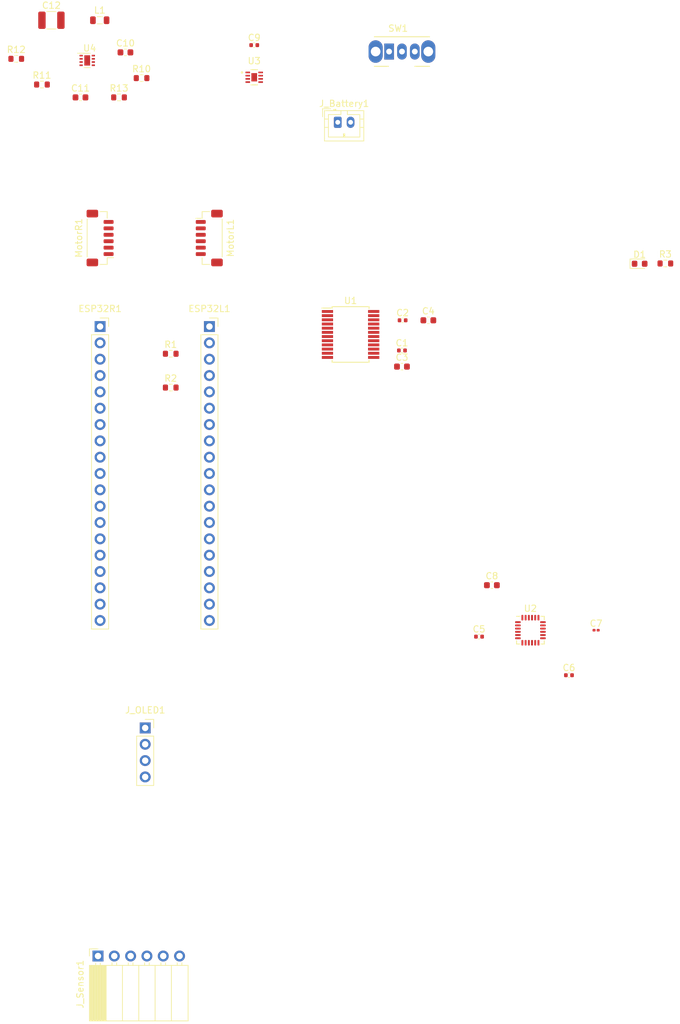
<source format=kicad_pcb>
(kicad_pcb (version 20211014) (generator pcbnew)
  (layers (0 "F.Cu" signal) (31 "B.Cu" signal) (34 "B.Paste" user) (35 "F.Paste" user) (36 "B.SilkS" user "B.Silkscreen") (37 "F.SilkS" user "F.Silkscreen") (38 "B.Mask" user) (39 "F.Mask" user) (44 "Edge.Cuts" user))
  (net 0 "")
  (net 1 "+6V")
  (net 2 "GND")
  (net 3 "+3.3V")
  (net 4 "Net-(C6-Pad2)")
  (net 5 "Net-(C8-Pad1)")
  (net 6 "+BATT")
  (net 7 "Net-(C11-Pad2)")
  (net 9 "GIOP36")
  (net 10 "GIOP32")
  (net 11 "GIOP34")
  (net 12 "GIOP35")
  (net 13 "GIOP33")
  (net 14 "GIOP25")
  (net 15 "GIOP26")
  (net 16 "GIOP27")
  (net 17 "GIOP14")
  (net 18 "GIOP12")
  (net 19 "GIOP13")
  (net 24 "I2C SCL")
  (net 27 "I2C SDA")
  (net 33 "GIOP4")
  (net 40 "Net-(J_Battery1-Pad2)")
  (net 42 "Net-(L1-Pad1)")
  (net 43 "MB02")
  (net 44 "GIOP39")
  (net 45 "MB01")
  (net 46 "MA02")
  (net 47 "MA01")
  (net 48 "Net-(R10-Pad1)")
  (net 49 "Net-(R13-Pad2)")
  (net 65 "Net-(D1-Pad2)")
  (footprint "Connector_PinSocket_2.54mm:PinSocket_1x19_P2.54mm_Vertical" (layer "F.Cu") (at 60.025 74.77)
    (fp_text reference "ESP32L1" (at 0 -2.77) (layer "F.SilkS"))
    (fp_text value "Conn_01x19")
    (fp_line (start -1.33 1.27) (end 1.33 1.27) (layer "F.SilkS") (width 0.12))
    (fp_line (start -1.33 1.27) (end -1.33 47.05) (layer "F.SilkS") (width 0.12))
    (fp_line (start 1.33 -1.33) (end 1.33 0) (layer "F.SilkS") (width 0.12))
    (fp_line (start 0 -1.33) (end 1.33 -1.33) (layer "F.SilkS") (width 0.12))
    (fp_line (start 1.33 1.27) (end 1.33 47.05) (layer "F.SilkS") (width 0.12))
    (fp_line (start -1.33 47.05) (end 1.33 47.05) (layer "F.SilkS") (width 0.12))
    (pad "1" thru_hole rect (at 0 0) (size 1.7 1.7) (drill 1) (layers *.Cu *.Mask) (net 3 "+3.3V"))
    (pad "2" thru_hole oval (at 0 2.54) (size 1.7 1.7) (drill 1) (layers *.Cu *.Mask))
    (pad "3" thru_hole oval (at 0 5.08) (size 1.7 1.7) (drill 1) (layers *.Cu *.Mask) (net 9 "GIOP36"))
    (pad "4" thru_hole oval (at 0 7.62) (size 1.7 1.7) (drill 1) (layers *.Cu *.Mask) (net 10 "GIOP32"))
    (pad "5" thru_hole oval (at 0 10.16) (size 1.7 1.7) (drill 1) (layers *.Cu *.Mask) (net 11 "GIOP34"))
    (pad "6" thru_hole oval (at 0 12.7) (size 1.7 1.7) (drill 1) (layers *.Cu *.Mask) (net 12 "GIOP35"))
    (pad "7" thru_hole oval (at 0 15.24) (size 1.7 1.7) (drill 1) (layers *.Cu *.Mask) (net 10 "GIOP32"))
    (pad "8" thru_hole oval (at 0 17.78) (size 1.7 1.7) (drill 1) (layers *.Cu *.Mask) (net 13 "GIOP33"))
    (pad "9" thru_hole oval (at 0 20.32) (size 1.7 1.7) (drill 1) (layers *.Cu *.Mask) (net 14 "GIOP25"))
    (pad "10" thru_hole oval (at 0 22.86) (size 1.7 1.7) (drill 1) (layers *.Cu *.Mask) (net 15 "GIOP26"))
    (pad "11" thru_hole oval (at 0 25.4) (size 1.7 1.7) (drill 1) (layers *.Cu *.Mask) (net 16 "GIOP27"))
    (pad "12" thru_hole oval (at 0 27.94) (size 1.7 1.7) (drill 1) (layers *.Cu *.Mask) (net 17 "GIOP14"))
    (pad "13" thru_hole oval (at 0 30.48) (size 1.7 1.7) (drill 1) (layers *.Cu *.Mask) (net 18 "GIOP12"))
    (pad "14" thru_hole oval (at 0 33.02) (size 1.7 1.7) (drill 1) (layers *.Cu *.Mask) (net 2 "GND"))
    (pad "15" thru_hole oval (at 0 35.56) (size 1.7 1.7) (drill 1) (layers *.Cu *.Mask) (net 19 "GIOP13"))
    (pad "16" thru_hole oval (at 0 38.1) (size 1.7 1.7) (drill 1) (layers *.Cu *.Mask))
    (pad "17" thru_hole oval (at 0 40.64) (size 1.7 1.7) (drill 1) (layers *.Cu *.Mask))
    (pad "18" thru_hole oval (at 0 43.18) (size 1.7 1.7) (drill 1) (layers *.Cu *.Mask))
    (pad "19" thru_hole oval (at 0 45.72) (size 1.7 1.7) (drill 1) (layers *.Cu *.Mask) (net 1 "+6V"))
  )
  (footprint "Connector_JST:JST_SH_BM06B-SRSS-TB_1x06-1MP_P1.00mm_Vertical" (layer "F.Cu") (at 60 61 -90)
    (fp_text reference "MotorL1" (at 0 -3.3 90) (layer "F.SilkS"))
    (fp_text value "Conn_01x06")
    (fp_line (start -2.94 -2.01) (end 2.94 -2.01) (layer "F.SilkS") (width 0.12))
    (fp_line (start -4.11 1.11) (end -3.06 1.11) (layer "F.SilkS") (width 0.12))
    (fp_line (start -4.11 -0.04) (end -4.11 1.11) (layer "F.SilkS") (width 0.12))
    (fp_line (start -3.06 1.11) (end -3.06 2.1) (layer "F.SilkS") (width 0.12))
    (fp_line (start 4.11 1.11) (end 3.06 1.11) (layer "F.SilkS") (width 0.12))
    (fp_line (start 4.11 -0.04) (end 4.11 1.11) (layer "F.SilkS") (width 0.12))
    (pad "1" smd roundrect (at -2.5 1.325 270) (size 0.6 1.55) (layers "F.Cu" "F.Paste" "F.Mask") (net 43 "MB02"))
    (pad "2" smd roundrect (at -1.5 1.325 270) (size 0.6 1.55) (layers "F.Cu" "F.Paste" "F.Mask") (net 2 "GND"))
    (pad "3" smd roundrect (at -0.5 1.325 270) (size 0.6 1.55) (layers "F.Cu" "F.Paste" "F.Mask") (net 44 "GIOP39"))
    (pad "4" smd roundrect (at 0.5 1.325 270) (size 0.6 1.55) (layers "F.Cu" "F.Paste" "F.Mask") (net 11 "GIOP34"))
    (pad "5" smd roundrect (at 1.5 1.325 270) (size 0.6 1.55) (layers "F.Cu" "F.Paste" "F.Mask") (net 3 "+3.3V"))
    (pad "6" smd roundrect (at 2.5 1.325 270) (size 0.6 1.55) (layers "F.Cu" "F.Paste" "F.Mask") (net 45 "MB01"))
    (pad "MP" smd roundrect (at 3.8 -1.2 270) (size 1.2 1.8) (layers "F.Cu" "F.Paste" "F.Mask") (roundrect_rratio 0.208333))
    (pad "MP" smd roundrect (at -3.8 -1.2 270) (size 1.2 1.8) (layers "F.Cu" "F.Paste" "F.Mask") (roundrect_rratio 0.208333))
  )
  (footprint "Resistor_SMD:R_0603_1608Metric" (layer "F.Cu") (at 49.46 36.13)
    (fp_text reference "R10" (at 0 -1.43) (layer "F.SilkS"))
    (fp_text value "6.65kΩ")
    (fp_line (start -0.237258 0.5225) (end 0.237258 0.5225) (layer "F.SilkS") (width 0.12))
    (fp_line (start -0.237258 -0.5225) (end 0.237258 -0.5225) (layer "F.SilkS") (width 0.12))
    (pad "1" smd roundrect (at -0.825 0) (size 0.8 0.95) (layers "F.Cu" "F.Paste" "F.Mask") (net 48 "Net-(R10-Pad1)"))
    (pad "2" smd roundrect (at 0.825 0) (size 0.8 0.95) (layers "F.Cu" "F.Paste" "F.Mask") (net 2 "GND"))
  )
  (footprint "Capacitor_SMD:C_0402_1005Metric" (layer "F.Cu") (at 102 123)
    (fp_text reference "C5" (at 0 -1.16) (layer "F.SilkS"))
    (fp_text value "0.1µF")
    (fp_line (start -0.107836 0.36) (end 0.107836 0.36) (layer "F.SilkS") (width 0.12))
    (fp_line (start -0.107836 -0.36) (end 0.107836 -0.36) (layer "F.SilkS") (width 0.12))
    (pad "1" smd roundrect (at -0.48 0) (size 0.56 0.62) (layers "F.Cu" "F.Paste" "F.Mask") (net 2 "GND"))
    (pad "2" smd roundrect (at 0.48 0) (size 0.56 0.62) (layers "F.Cu" "F.Paste" "F.Mask") (net 3 "+3.3V"))
  )
  (footprint "Capacitor_SMD:C_0603_1608Metric" (layer "F.Cu") (at 90 81)
    (fp_text reference "C3" (at 0 -1.43) (layer "F.SilkS"))
    (fp_text value "10µF")
    (fp_line (start -0.14058 -0.51) (end 0.14058 -0.51) (layer "F.SilkS") (width 0.12))
    (fp_line (start -0.14058 0.51) (end 0.14058 0.51) (layer "F.SilkS") (width 0.12))
    (pad "1" smd roundrect (at -0.775 0) (size 0.9 0.95) (layers "F.Cu" "F.Paste" "F.Mask") (net 2 "GND"))
    (pad "2" smd roundrect (at 0.775 0) (size 0.9 0.95) (layers "F.Cu" "F.Paste" "F.Mask") (net 1 "+6V"))
  )
  (footprint "Resistor_SMD:R_0603_1608Metric" (layer "F.Cu") (at 54 84.26)
    (fp_text reference "R2" (at 0 -1.43) (layer "F.SilkS"))
    (fp_text value "10kΩ")
    (fp_line (start -0.237258 0.5225) (end 0.237258 0.5225) (layer "F.SilkS") (width 0.12))
    (fp_line (start -0.237258 -0.5225) (end 0.237258 -0.5225) (layer "F.SilkS") (width 0.12))
    (pad "1" smd roundrect (at -0.825 0) (size 0.8 0.95) (layers "F.Cu" "F.Paste" "F.Mask") (net 27 "I2C SDA"))
    (pad "2" smd roundrect (at 0.825 0) (size 0.8 0.95) (layers "F.Cu" "F.Paste" "F.Mask") (net 3 "+3.3V"))
  )
  (footprint "Connector_PinSocket_2.54mm:PinSocket_1x04_P2.54mm_Vertical" (layer "F.Cu") (at 50.025 137.2)
    (fp_text reference "J_OLED1" (at 0 -2.77) (layer "F.SilkS"))
    (fp_text value "Conn_01x04")
    (fp_line (start -1.33 1.27) (end -1.33 8.95) (layer "F.SilkS") (width 0.12))
    (fp_line (start 0 -1.33) (end 1.33 -1.33) (layer "F.SilkS") (width 0.12))
    (fp_line (start 1.33 1.27) (end 1.33 8.95) (layer "F.SilkS") (width 0.12))
    (fp_line (start -1.33 1.27) (end 1.33 1.27) (layer "F.SilkS") (width 0.12))
    (fp_line (start -1.33 8.95) (end 1.33 8.95) (layer "F.SilkS") (width 0.12))
    (fp_line (start 1.33 -1.33) (end 1.33 0) (layer "F.SilkS") (width 0.12))
    (pad "1" thru_hole rect (at 0 0) (size 1.7 1.7) (drill 1) (layers *.Cu *.Mask) (net 2 "GND"))
    (pad "2" thru_hole oval (at 0 2.54) (size 1.7 1.7) (drill 1) (layers *.Cu *.Mask) (net 3 "+3.3V"))
    (pad "3" thru_hole oval (at 0 5.08) (size 1.7 1.7) (drill 1) (layers *.Cu *.Mask) (net 24 "I2C SCL"))
    (pad "4" thru_hole oval (at 0 7.62) (size 1.7 1.7) (drill 1) (layers *.Cu *.Mask) (net 27 "I2C SDA"))
  )
  (footprint "Resistor_SMD:R_0603_1608Metric" (layer "F.Cu") (at 45.95 39.13)
    (fp_text reference "R13" (at 0 -1.43) (layer "F.SilkS"))
    (fp_text value "866kΩ")
    (fp_line (start -0.237258 -0.5225) (end 0.237258 -0.5225) (layer "F.SilkS") (width 0.12))
    (fp_line (start -0.237258 0.5225) (end 0.237258 0.5225) (layer "F.SilkS") (width 0.12))
    (pad "1" smd roundrect (at -0.825 0) (size 0.8 0.95) (layers "F.Cu" "F.Paste" "F.Mask") (net 1 "+6V"))
    (pad "2" smd roundrect (at 0.825 0) (size 0.8 0.95) (layers "F.Cu" "F.Paste" "F.Mask") (net 49 "Net-(R13-Pad2)"))
  )
  (footprint "Connector_PinSocket_2.54mm:PinSocket_1x06_P2.54mm_Horizontal" (layer "F.Cu") (at 42.675 172.675 90)
    (fp_text reference "J_Sensor1" (at -4.38 -2.77 90) (layer "F.SilkS"))
    (fp_text value "Conn_01x06")
    (fp_line (start -10.09 14.03) (end -1.46 14.03) (layer "F.SilkS") (width 0.12))
    (fp_line (start -10.09 -0.26524) (end -1.46 -0.26524) (layer "F.SilkS") (width 0.12))
    (fp_line (start -1.46 -0.36) (end -1.11 -0.36) (layer "F.SilkS") (width 0.12))
    (fp_line (start -10.09 -1.33) (end -1.46 -1.33) (layer "F.SilkS") (width 0.12))
    (fp_line (start -10.09 0.561425) (end -1.46 0.561425) (layer "F.SilkS") (width 0.12))
    (fp_line (start -10.09 8.89) (end -1.46 8.89) (layer "F.SilkS") (width 0.12))
    (fp_line (start -10.09 0.91571) (end -1.46 0.91571) (layer "F.SilkS") (width 0.12))
    (fp_line (start -10.09 -1.33) (end -10.09 14.03) (layer "F.SilkS") (width 0.12))
    (fp_line (start -10.09 3.81) (end -1.46 3.81) (layer "F.SilkS") (width 0.12))
    (fp_line (start 0 -1.33) (end 1.11 -1.33) (layer "F.SilkS") (width 0.12))
    (fp_line (start -1.46 9.8) (end -1.05 9.8) (layer "F.SilkS") (width 0.12))
    (fp_line (start -1.46 13.06) (end -1.05 13.06) (layer "F.SilkS") (width 0.12))
    (fp_line (start -1.46 5.44) (end -1.05 5.44) (layer "F.SilkS") (width 0.12))
    (fp_line (start -10.09 0.797615) (end -1.46 0.797615) (layer "F.SilkS") (width 0.12))
    (fp_line (start -10.09 -0.50143) (end -1.46 -0.50143) (layer "F.SilkS") (width 0.12))
    (fp_line (start -1.46 2.9) (end -1.05 2.9) (layer "F.SilkS") (width 0.12))
    (fp_line (start -1.46 12.34) (end -1.05 12.34) (layer "F.SilkS") (width 0.12))
    (fp_line (start -1.46 4.72) (end -1.05 4.72) (layer "F.SilkS") (width 0.12))
    (fp_line (start -10.09 1.1519) (end -1.46 1.1519) (layer "F.SilkS") (width 0.12))
    (fp_line (start -1.46 0.36) (end -1.11 0.36) (layer "F.SilkS") (width 0.12))
    (fp_line (start 1.11 -1.33) (end 1.11 0) (layer "F.SilkS") (width 0.12))
    (fp_line (start -10.09 -1.21) (end -1.46 -1.21) (layer "F.SilkS") (width 0.12))
    (fp_line (start -10.09 0.325235) (end -1.46 0.325235) (layer "F.SilkS") (width 0.12))
    (fp_line (start -1.46 10.52) (end -1.05 10.52) (layer "F.SilkS") (width 0.12))
    (fp_line (start -1.46 7.26) (end -1.05 7.26) (layer "F.SilkS") (width 0.12))
    (fp_line (start -1.46 -1.33) (end -1.46 14.03) (layer "F.SilkS") (width 0.12))
    (fp_line (start -1.46 7.98) (end -1.05 7.98) (layer "F.SilkS") (width 0.12))
    (fp_line (start -10.09 -0.855715) (end -1.46 -0.855715) (layer "F.SilkS") (width 0.12))
    (fp_line (start -10.09 11.43) (end -1.46 11.43) (layer "F.SilkS") (width 0.12))
    (fp_line (start -10.09 0.20714) (end -1.46 0.20714) (layer "F.SilkS") (width 0.12))
    (fp_line (start -10.09 1.27) (end -1.46 1.27) (layer "F.SilkS") (width 0.12))
    (fp_line (start -10.09 -0.02905) (end -1.46 -0.02905) (layer "F.SilkS") (width 0.12))
    (fp_line (start -10.09 -0.619525) (end -1.46 -0.619525) (layer "F.SilkS") (width 0.12))
    (fp_line (start -10.09 -1.091905) (end -1.46 -1.091905) (layer "F.SilkS") (width 0.12))
    (fp_line (start -10.09 0.67952) (end -1.46 0.67952) (layer "F.SilkS") (width 0.12))
    (fp_line (start -10.09 1.033805) (end -1.46 1.033805) (layer "F.SilkS") (width 0.12))
    (fp_line (start -10.09 -0.97381) (end -1.46 -0.97381) (layer "F.SilkS") (width 0.12))
    (fp_line (start -10.09 0.089045) (end -1.46 0.089045) (layer "F.SilkS") (width 0.12))
    (fp_line (start -10.09 -0.147145) (end -1.46 -0.147145) (layer "F.SilkS") (width 0.12))
    (fp_line (start -10.09 0.44333) (end -1.46 0.44333) (layer "F.SilkS") (width 0.12))
    (fp_line (start -10.09 -0.73762) (end -1.46 -0.73762) (layer "F.SilkS") (width 0.12))
    (fp_line (start -10.09 6.35) (end -1.46 6.35) (layer "F.SilkS") (width 0.12))
    (fp_line (start -10.09 -0.383335) (end -1.46 -0.383335) (layer "F.SilkS") (width 0.12))
    (fp_line (start -1.46 2.18) (end -1.05 2.18) (layer "F.SilkS") (width 0.12))
    (pad "1" thru_hole rect (at 0 0 90) (size 1.7 1.7) (drill 1) (layers *.Cu *.Mask) (net 2 "GND"))
    (pad "2" thru_hole oval (at 0 2.54 90) (size 1.7 1.7) (drill 1) (layers *.Cu *.Mask) (net 3 "+3.3V"))
    (pad "3" thru_hole oval (at 0 5.08 90) (size 1.7 1.7) (drill 1) (layers *.Cu *.Mask) (net 24 "I2C SCL"))
    (pad "4" thru_hole oval (at 0 7.62 90) (size 1.7 1.7) (drill 1) (layers *.Cu *.Mask) (net 27 "I2C SDA"))
    (pad "5" thru_hole oval (at 0 10.16 90) (size 1.7 1.7) (drill 1) (layers *.Cu *.Mask) (net 9 "GIOP36"))
    (pad "6" thru_hole oval (at 0 12.7 90) (size 1.7 1.7) (drill 1) (layers *.Cu *.Mask))
  )
  (footprint "Capacitor_SMD:C_0201_0603Metric" (layer "F.Cu") (at 120.225 122)
    (fp_text reference "C7" (at 0 -1.05) (layer "F.SilkS"))
    (fp_text value "10nF")
    (pad "1" smd roundrect (at -0.32 0) (size 0.46 0.4) (layers "F.Cu" "F.Mask") (net 3 "+3.3V"))
    (pad "2" smd roundrect (at 0.32 0) (size 0.46 0.4) (layers "F.Cu" "F.Mask") (net 2 "GND"))
  )
  (footprint "Button_Switch_THT:SW_CuK_OS102011MA1QN1_SPDT_Angled" (layer "F.Cu") (at 88 32)
    (fp_text reference "SW1" (at 1.4 -3.6) (layer "F.SilkS"))
    (fp_text value "SW_DIP_x01")
    (fp_line (start -2.3 2.3) (end -0.1 2.3) (layer "F.SilkS") (width 0.15))
    (fp_line (start -2.3 -2.3) (end 6.3 -2.3) (layer "F.SilkS") (width 0.15))
    (fp_line (start 4 2.3) (end 6.3 2.3) (layer "F.SilkS") (width 0.15))
    (pad "" thru_hole oval (at -2.1 0) (size 2.2 3.5) (drill 1.5) (layers *.Cu *.Mask))
    (pad "" thru_hole oval (at 6.1 0) (size 2.2 3.5) (drill 1.5) (layers *.Cu *.Mask))
    (pad "1" thru_hole rect (at 0 0) (size 1.5 2.5) (drill 0.9) (layers *.Cu *.Mask) (net 40 "Net-(J_Battery1-Pad2)"))
    (pad "2" thru_hole oval (at 2 0) (size 1.5 2.5) (drill 0.9) (layers *.Cu *.Mask) (net 6 "+BATT"))
    (pad "3" thru_hole oval (at 4 0) (size 1.5 2.5) (drill 0.9) (layers *.Cu *.Mask))
  )
  (footprint "Sensor_Motion:InvenSense_QFN-24_4x4mm_P0.5mm" (layer "F.Cu") (at 110 122)
    (fp_text reference "U2" (at 0 -3.375) (layer "F.SilkS"))
    (fp_text value "MPU-6050")
    (fp_line (start 2.15 2.15) (end 1.625 2.15) (layer "F.SilkS") (width 0.15))
    (fp_line (start 2.15 -2.15) (end 1.625 -2.15) (layer "F.SilkS") (width 0.15))
    (fp_line (start 2.15 -2.15) (end 2.15 -1.625) (layer "F.SilkS") (width 0.15))
    (fp_line (start -2.15 2.15) (end -1.625 2.15) (layer "F.SilkS") (width 0.15))
    (fp_line (start -2.15 2.15) (end -2.15 1.625) (layer "F.SilkS") (width 0.15))
    (fp_line (start 2.15 2.15) (end 2.15 1.625) (layer "F.SilkS") (width 0.15))
    (fp_line (start -2.15 -2.15) (end -1.625 -2.15) (layer "F.SilkS") (width 0.15))
    (pad "1" smd roundrect (at -1.95 -1.25) (size 0.85 0.3) (layers "F.Cu" "F.Paste" "F.Mask") (net 2 "GND"))
    (pad "2" smd roundrect (at -1.95 -0.75) (size 0.85 0.3) (layers "F.Cu" "F.Paste" "F.Mask"))
    (pad "3" smd roundrect (at -1.95 -0.25) (size 0.85 0.3) (layers "F.Cu" "F.Paste" "F.Mask"))
    (pad "4" smd roundrect (at -1.95 0.25) (size 0.85 0.3) (layers "F.Cu" "F.Paste" "F.Mask"))
    (pad "5" smd roundrect (at -1.95 0.75) (size 0.85 0.3) (layers "F.Cu" "F.Paste" "F.Mask"))
    (pad "6" smd roundrect (at -1.95 1.25) (size 0.85 0.3) (layers "F.Cu" "F.Paste" "F.Mask"))
    (pad "7" smd roundrect (at -1.25 1.95 90) (size 0.85 0.3) (layers "F.Cu" "F.Paste" "F.Mask"))
    (pad "8" smd roundrect (at -0.75 1.95 90) (size 0.85 0.3) (layers "F.Cu" "F.Paste" "F.Mask") (net 3 "+3.3V"))
    (pad "9" smd roundrect (at -0.25 1.95 90) (size 0.85 0.3) (layers "F.Cu" "F.Paste" "F.Mask"))
    (pad "10" smd roundrect (at 0.25 1.95 90) (size 0.85 0.3) (layers "F.Cu" "F.Paste" "F.Mask") (net 4 "Net-(C6-Pad2)"))
    (pad "11" smd roundrect (at 0.75 1.95 90) (size 0.85 0.3) (layers "F.Cu" "F.Paste" "F.Mask") (net 2 "GND"))
    (pad "12" smd roundrect (at 1.25 1.95 90) (size 0.85 0.3) (layers "F.Cu" "F.Paste" "F.Mask"))
    (pad "13" smd roundrect (at 1.95 1.25) (size 0.85 0.3) (layers "F.Cu" "F.Paste" "F.Mask") (net 3 "+3.3V"))
    (pad "14" smd roundrect (at 1.95 0.75) (size 0.85 0.3) (layers "F.Cu" "F.Paste" "F.Mask"))
    (pad "15" smd roundrect (at 1.95 0.25) (size 0.85 0.3) (layers "F.Cu" "F.Paste" "F.Mask"))
    (pad "16" smd roundrect (at 1.95 -0.25) (size 0.85 0.3) (layers "F.Cu" "F.Paste" "F.Mask"))
    (pad "17" smd roundrect (at 1.95 -0.75) (size 0.85 0.3) (layers "F.Cu" "F.Paste" "F.Mask"))
    (pad "18" smd roundrect (at 1.95 -1.25) (size 0.85 0.3) (layers "F.Cu" "F.Paste" "F.Mask") (net 2 "GND"))
    (pad "19" smd roundrect (at 1.25 -1.95 90) (size 0.85 0.3) (layers "F.Cu" "F.Paste" "F.Mask"))
    (pad "20" smd roundrect (at 0.75 -1.95 90) (size 0.85 0.3) (layers "F.Cu" "F.Paste" "F.Mask") (net 5 "Net-(C8-Pad1)"))
    (pad "21" smd roundrect (at 0.25 -1.95 90) (size 0.85 0.3) (layers "F.Cu" "F.Paste" "F.Mask"))
    (pad "22" smd roundrect (at -0.25 -1.95 90) (size 0.85 0.3) (layers "F.Cu" "F.Paste" "F.Mask"))
    (pad "23" smd roundrect (at -0.75 -1.95 90) (size 0.85 0.3) (layers "F.Cu" "F.Paste" "F.Mask") (net 24 "I2C SCL"))
    (pad "24" smd roundrect (at -1.25 -1.95 90) (size 0.85 0.3) (layers "F.Cu" "F.Paste" "F.Mask") (net 27 "I2C SDA"))
  )
  (footprint "Connector_PinSocket_2.54mm:PinSocket_1x19_P2.54mm_Vertical" (layer "F.Cu") (at 43 74.77)
    (fp_text reference "ESP32R1" (at 0 -2.77) (layer "F.SilkS"))
    (fp_text value "Conn_01x19")
    (fp_line (start 0 -1.33) (end 1.33 -1.33) (layer "F.SilkS") (width 0.12))
    (fp_line (start -1.33 1.27) (end 1.33 1.27) (layer "F.SilkS") (width 0.12))
    (fp_line (start -1.33 1.27) (end -1.33 47.05) (layer "F.SilkS") (width 0.12))
    (fp_line (start 1.33 -1.33) (end 1.33 0) (layer "F.SilkS") (width 0.12))
    (fp_line (start -1.33 47.05) (end 1.33 47.05) (layer "F.SilkS") (width 0.12))
    (fp_line (start 1.33 1.27) (end 1.33 47.05) (layer "F.SilkS") (width 0.12))
    (pad "1" thru_hole rect (at 0 0) (size 1.7 1.7) (drill 1) (layers *.Cu *.Mask) (net 2 "GND"))
    (pad "2" thru_hole oval (at 0 2.54) (size 1.7 1.7) (drill 1) (layers *.Cu *.Mask))
    (pad "3" thru_hole oval (at 0 5.08) (size 1.7 1.7) (drill 1) (layers *.Cu *.Mask) (net 24 "I2C SCL"))
    (pad "4" thru_hole oval (at 0 7.62) (size 1.7 1.7) (drill 1) (layers *.Cu *.Mask))
    (pad "5" thru_hole oval (at 0 10.16) (size 1.7 1.7) (drill 1) (layers *.Cu *.Mask))
    (pad "6" thru_hole oval (at 0 12.7) (size 1.7 1.7) (drill 1) (layers *.Cu *.Mask) (net 27 "I2C SDA"))
    (pad "7" thru_hole oval (at 0 15.24) (size 1.7 1.7) (drill 1) (layers *.Cu *.Mask) (net 2 "GND"))
    (pad "8" thru_hole oval (at 0 17.78) (size 1.7 1.7) (drill 1) (layers *.Cu *.Mask))
    (pad "9" thru_hole oval (at 0 20.32) (size 1.7 1.7) (drill 1) (layers *.Cu *.Mask))
    (pad "10" thru_hole oval (at 0 22.86) (size 1.7 1.7) (drill 1) (layers *.Cu *.Mask))
    (pad "11" thru_hole oval (at 0 25.4) (size 1.7 1.7) (drill 1) (layers *.Cu *.Mask))
    (pad "12" thru_hole oval (at 0 27.94) (size 1.7 1.7) (drill 1) (layers *.Cu *.Mask))
    (pad "13" thru_hole oval (at 0 30.48) (size 1.7 1.7) (drill 1) (layers *.Cu *.Mask) (net 33 "GIOP4"))
    (pad "14" thru_hole oval (at 0 33.02) (size 1.7 1.7) (drill 1) (layers *.Cu *.Mask))
    (pad "15" thru_hole oval (at 0 35.56) (size 1.7 1.7) (drill 1) (layers *.Cu *.Mask))
    (pad "16" thru_hole oval (at 0 38.1) (size 1.7 1.7) (drill 1) (layers *.Cu *.Mask))
    (pad "17" thru_hole oval (at 0 40.64) (size 1.7 1.7) (drill 1) (layers *.Cu *.Mask))
    (pad "18" thru_hole oval (at 0 43.18) (size 1.7 1.7) (drill 1) (layers *.Cu *.Mask))
    (pad "19" thru_hole oval (at 0 45.72) (size 1.7 1.7) (drill 1) (layers *.Cu *.Mask))
  )
  (footprint "Package_SO:SSOP-24_5.3x8.2mm_P0.65mm" (layer "F.Cu") (at 82 76)
    (fp_text reference "U1" (at 0 -5.25) (layer "F.SilkS"))
    (fp_text value "TB6612FNG")
    (fp_line (start -2.875 -4.325) (end 2.875 -4.325) (layer "F.SilkS") (width 0.15))
    (fp_line (start 2.875 -4.325) (end 2.875 -4.025) (layer "F.SilkS") (width 0.15))
    (fp_line (start -2.875 4.325) (end -2.875 4.025) (layer "F.SilkS") (width 0.15))
    (fp_line (start -2.875 -4.325) (end -2.875 -4.1) (layer "F.SilkS") (width 0.15))
    (fp_line (start -2.875 4.325) (end 2.875 4.325) (layer "F.SilkS") (width 0.15))
    (fp_line (start 2.875 4.325) (end 2.875 4.025) (layer "F.SilkS") (width 0.15))
    (fp_line (start -2.875 -4.1) (end -4.475 -4.1) (layer "F.SilkS") (width 0.15))
    (pad "1" smd rect (at -3.6 -3.575) (size 1.75 0.45) (layers "F.Cu" "F.Paste" "F.Mask") (net 47 "MA01"))
    (pad "2" smd rect (at -3.6 -2.925) (size 1.75 0.45) (layers "F.Cu" "F.Paste" "F.Mask") (net 47 "MA01"))
    (pad "3" smd rect (at -3.6 -2.275) (size 1.75 0.45) (layers "F.Cu" "F.Paste" "F.Mask") (net 2 "GND"))
    (pad "4" smd rect (at -3.6 -1.625) (size 1.75 0.45) (layers "F.Cu" "F.Paste" "F.Mask") (net 2 "GND"))
    (pad "5" smd rect (at -3.6 -0.975) (size 1.75 0.45) (layers "F.Cu" "F.Paste" "F.Mask") (net 46 "MA02"))
    (pad "6" smd rect (at -3.6 -0.325) (size 1.75 0.45) (layers "F.Cu" "F.Paste" "F.Mask") (net 46 "MA02"))
    (pad "7" smd rect (at -3.6 0.325) (size 1.75 0.45) (layers "F.Cu" "F.Paste" "F.Mask") (net 43 "MB02"))
    (pad "8" smd rect (at -3.6 0.975) (size 1.75 0.45) (layers "F.Cu" "F.Paste" "F.Mask") (net 43 "MB02"))
    (pad "9" smd rect (at -3.6 1.625) (size 1.75 0.45) (layers "F.Cu" "F.Paste" "F.Mask") (net 2 "GND"))
    (pad "10" smd rect (at -3.6 2.275) (size 1.75 0.45) (layers "F.Cu" "F.Paste" "F.Mask") (net 2 "GND"))
    (pad "11" smd rect (at -3.6 2.925) (size 1.75 0.45) (layers "F.Cu" "F.Paste" "F.Mask") (net 45 "MB01"))
    (pad "12" smd rect (at -3.6 3.575) (size 1.75 0.45) (layers "F.Cu" "F.Paste" "F.Mask") (net 45 "MB01"))
    (pad "13" smd rect (at 3.6 3.575) (size 1.75 0.45) (layers "F.Cu" "F.Paste" "F.Mask") (net 1 "+6V"))
    (pad "14" smd rect (at 3.6 2.925) (size 1.75 0.45) (layers "F.Cu" "F.Paste" "F.Mask") (net 1 "+6V"))
    (pad "15" smd rect (at 3.6 2.275) (size 1.75 0.45) (layers "F.Cu" "F.Paste" "F.Mask") (net 13 "GIOP33"))
    (pad "16" smd rect (at 3.6 1.625) (size 1.75 0.45) (layers "F.Cu" "F.Paste" "F.Mask") (net 14 "GIOP25"))
    (pad "17" smd rect (at 3.6 0.975) (size 1.75 0.45) (layers "F.Cu" "F.Paste" "F.Mask") (net 15 "GIOP26"))
    (pad "18" smd rect (at 3.6 0.325) (size 1.75 0.45) (layers "F.Cu" "F.Paste" "F.Mask") (net 2 "GND"))
    (pad "19" smd rect (at 3.6 -0.325) (size 1.75 0.45) (layers "F.Cu" "F.Paste" "F.Mask") (net 19 "GIOP13"))
    (pad "20" smd rect (at 3.6 -0.975) (size 1.75 0.45) (layers "F.Cu" "F.Paste" "F.Mask") (net 3 "+3.3V"))
    (pad "21" smd rect (at 3.6 -1.625) (size 1.75 0.45) (layers "F.Cu" "F.Paste" "F.Mask") (net 16 "GIOP27"))
    (pad "22" smd rect (at 3.6 -2.275) (size 1.75 0.45) (layers "F.Cu" "F.Paste" "F.Mask") (net 17 "GIOP14"))
    (pad "23" smd rect (at 3.6 -2.925) (size 1.75 0.45) (layers "F.Cu" "F.Paste" "F.Mask") (net 18 "GIOP12"))
    (pad "24" smd rect (at 3.6 -3.575) (size 1.75 0.45) (layers "F.Cu" "F.Paste" "F.Mask") (net 1 "+6V"))
  )
  (footprint "Resistor_SMD:R_0603_1608Metric" (layer "F.Cu") (at 54 79)
    (fp_text reference "R1" (at 0 -1.43) (layer "F.SilkS"))
    (fp_text value "10kΩ")
    (fp_line (start -0.237258 0.5225) (end 0.237258 0.5225) (layer "F.SilkS") (width 0.12))
    (fp_line (start -0.237258 -0.5225) (end 0.237258 -0.5225) (layer "F.SilkS") (width 0.12))
    (pad "1" smd roundrect (at -0.825 0) (size 0.8 0.95) (layers "F.Cu" "F.Paste" "F.Mask") (net 3 "+3.3V"))
    (pad "2" smd roundrect (at 0.825 0) (size 0.8 0.95) (layers "F.Cu" "F.Paste" "F.Mask") (net 24 "I2C SCL"))
  )
  (footprint "Capacitor_SMD:C_0603_1608Metric" (layer "F.Cu") (at 104 115)
    (fp_text reference "C8" (at 0 -1.43) (layer "F.SilkS"))
    (fp_text value "2.2nF")
    (fp_line (start -0.14058 -0.51) (end 0.14058 -0.51) (layer "F.SilkS") (width 0.12))
    (fp_line (start -0.14058 0.51) (end 0.14058 0.51) (layer "F.SilkS") (width 0.12))
    (pad "1" smd roundrect (at -0.775 0) (size 0.9 0.95) (layers "F.Cu" "F.Paste" "F.Mask") (net 5 "Net-(C8-Pad1)"))
    (pad "2" smd roundrect (at 0.775 0) (size 0.9 0.95) (layers "F.Cu" "F.Paste" "F.Mask") (net 2 "GND"))
  )
  (footprint "Capacitor_SMD:C_0603_1608Metric" (layer "F.Cu") (at 46.95 32.13)
    (fp_text reference "C10" (at 0 -1.43) (layer "F.SilkS"))
    (fp_text value "10µF")
    (fp_line (start -0.14058 -0.51) (end 0.14058 -0.51) (layer "F.SilkS") (width 0.12))
    (fp_line (start -0.14058 0.51) (end 0.14058 0.51) (layer "F.SilkS") (width 0.12))
    (pad "1" smd roundrect (at -0.775 0) (size 0.9 0.95) (layers "F.Cu" "F.Paste" "F.Mask") (net 2 "GND"))
    (pad "2" smd roundrect (at 0.775 0) (size 0.9 0.95) (layers "F.Cu" "F.Paste" "F.Mask") (net 6 "+BATT"))
  )
  (footprint "Connector_JST:JST_SH_BM06B-SRSS-TB_1x06-1MP_P1.00mm_Vertical" (layer "F.Cu") (at 43 61 90)
    (fp_text reference "MotorR1" (at 0 -3.3 90) (layer "F.SilkS"))
    (fp_text value "Conn_01x06")
    (fp_line (start -4.11 -0.04) (end -4.11 1.11) (layer "F.SilkS") (width 0.12))
    (fp_line (start 4.11 1.11) (end 3.06 1.11) (layer "F.SilkS") (width 0.12))
    (fp_line (start 4.11 -0.04) (end 4.11 1.11) (layer "F.SilkS") (width 0.12))
    (fp_line (start -4.11 1.11) (end -3.06 1.11) (layer "F.SilkS") (width 0.12))
    (fp_line (start -2.94 -2.01) (end 2.94 -2.01) (layer "F.SilkS") (width 0.12))
    (fp_line (start -3.06 1.11) (end -3.06 2.1) (layer "F.SilkS") (width 0.12))
    (pad "1" smd roundrect (at -2.5 1.325 90) (size 0.6 1.55) (layers "F.Cu" "F.Paste" "F.Mask") (net 46 "MA02"))
    (pad "2" smd roundrect (at -1.5 1.325 90) (size 0.6 1.55) (layers "F.Cu" "F.Paste" "F.Mask") (net 2 "GND"))
    (pad "3" smd roundrect (at -0.5 1.325 90) (size 0.6 1.55) (layers "F.Cu" "F.Paste" "F.Mask") (net 10 "GIOP32"))
    (pad "4" smd roundrect (at 0.5 1.325 90) (size 0.6 1.55) (layers "F.Cu" "F.Paste" "F.Mask") (net 12 "GIOP35"))
    (pad "5" smd roundrect (at 1.5 1.325 90) (size 0.6 1.55) (layers "F.Cu" "F.Paste" "F.Mask") (net 3 "+3.3V"))
    (pad "6" smd roundrect (at 2.5 1.325 90) (size 0.6 1.55) (layers "F.Cu" "F.Paste" "F.Mask") (net 47 "MA01"))
    (pad "MP" smd roundrect (at 3.8 -1.2 90) (size 1.2 1.8) (layers "F.Cu" "F.Paste" "F.Mask") (roundrect_rratio 0.208333))
    (pad "MP" smd roundrect (at -3.8 -1.2 90) (size 1.2 1.8) (layers "F.Cu" "F.Paste" "F.Mask") (roundrect_rratio 0.208333))
  )
  (footprint "LED_SMD:LED_0603_1608Metric" (layer "F.Cu") (at 127 65)
    (fp_text reference "D1" (at 0 -1.43) (layer "F.SilkS"))
    (fp_text value "LED")
    (fp_line (start -1.485 0.735) (end 0.8 0.735) (layer "F.SilkS") (width 0.12))
    (fp_line (start -1.485 -0.735) (end -1.485 0.735) (layer "F.SilkS") (width 0.12))
    (fp_line (start 0.8 -0.735) (end -1.485 -0.735) (layer "F.SilkS") (width 0.12))
    (pad "1" smd roundrect (at -0.7875 0) (size 0.875 0.95) (layers "F.Cu" "F.Paste" "F.Mask") (net 2 "GND"))
    (pad "2" smd roundrect (at 0.7875 0) (size 0.875 0.95) (layers "F.Cu" "F.Paste" "F.Mask") (net 65 "Net-(D1-Pad2)"))
  )
  (footprint "Connector_JST:JST_PH_B2B-PH-K_1x02_P2.00mm_Vertical" (layer "F.Cu") (at 80 43)
    (fp_text reference "J_Battery1" (at 1 -2.9) (layer "F.SilkS"))
    (fp_text value "Conn_01x02")
    (fp_line (start -2.06 0.8) (end -1.45 0.8) (layer "F.SilkS") (width 0.12))
    (fp_line (start -2.06 2.91) (end 4.06 2.91) (layer "F.SilkS") (width 0.12))
    (fp_line (start 0.5 -1.81) (end 0.5 -1.2) (layer "F.SilkS") (width 0.12))
    (fp_line (start -2.06 -0.5) (end -1.45 -0.5) (layer "F.SilkS") (width 0.12))
    (fp_line (start -2.36 -2.11) (end -2.36 -0.86) (layer "F.SilkS") (width 0.12))
    (fp_line (start 4.06 0.8) (end 3.45 0.8) (layer "F.SilkS") (width 0.12))
    (fp_line (start 3.45 -1.2) (end 1.5 -1.2) (layer "F.SilkS") (width 0.12))
    (fp_line (start -1.45 -1.2) (end -1.45 2.3) (layer "F.SilkS") (width 0.12))
    (fp_line (start 3.45 2.3) (end 3.45 -1.2) (layer "F.SilkS") (width 0.12))
    (fp_line (start 1.1 1.8) (end 1.1 2.3) (layer "F.SilkS") (width 0.12))
    (fp_line (start 4.06 -0.5) (end 3.45 -0.5) (layer "F.SilkS") (width 0.12))
    (fp_line (start 0.9 1.8) (end 1.1 1.8) (layer "F.SilkS") (width 0.12))
    (fp_line (start 0.5 -1.2) (end -1.45 -1.2) (layer "F.SilkS") (width 0.12))
    (fp_line (start 1.5 -1.2) (end 1.5 -1.81) (layer "F.SilkS") (width 0.12))
    (fp_line (start -0.3 -1.91) (end -0.6 -1.91) (layer "F.SilkS") (width 0.12))
    (fp_line (start -1.45 2.3) (end 3.45 2.3) (layer "F.SilkS") (width 0.12))
    (fp_line (start -0.6 -2.01) (end -0.6 -1.81) (layer "F.SilkS") (width 0.12))
    (fp_line (start -0.3 -2.01) (end -0.6 -2.01) (layer "F.SilkS") (width 0.12))
    (fp_line (start -1.11 -2.11) (end -2.36 -2.11) (layer "F.SilkS") (width 0.12))
    (fp_line (start 1 2.3) (end 1 1.8) (layer "F.SilkS") (width 0.12))
    (fp_line (start 4.06 2.91) (end 4.06 -1.81) (layer "F.SilkS") (width 0.12))
    (fp_line (start -0.3 -1.81) (end -0.3 -2.01) (layer "F.SilkS") (width 0.12))
    (fp_line (start -2.06 -1.81) (end -2.06 2.91) (layer "F.SilkS") (width 0.12))
    (fp_line (start 4.06 -1.81) (end -2.06 -1.81) (layer "F.SilkS") (width 0.12))
    (fp_line (start 0.9 2.3) (end 0.9 1.8) (layer "F.SilkS") (width 0.12))
    (pad "1" thru_hole roundrect (at 0 0) (size 1.2 1.75) (drill 0.75) (layers *.Cu *.Mask) (roundrect_rratio 0.208333) (net 2 "GND"))
    (pad "2" thru_hole oval (at 2 0) (size 1.2 1.75) (drill 0.75) (layers *.Cu *.Mask) (net 40 "Net-(J_Battery1-Pad2)"))
  )
  (footprint "Capacitor_SMD:C_0603_1608Metric" (layer "F.Cu") (at 94.11 73.8)
    (fp_text reference "C4" (at 0 -1.43) (layer "F.SilkS"))
    (fp_text value "10µF")
    (fp_line (start -0.14058 -0.51) (end 0.14058 -0.51) (layer "F.SilkS") (width 0.12))
    (fp_line (start -0.14058 0.51) (end 0.14058 0.51) (layer "F.SilkS") (width 0.12))
    (pad "1" smd roundrect (at -0.775 0) (size 0.9 0.95) (layers "F.Cu" "F.Paste" "F.Mask") (net 3 "+3.3V"))
    (pad "2" smd roundrect (at 0.775 0) (size 0.9 0.95) (layers "F.Cu" "F.Paste" "F.Mask") (net 2 "GND"))
  )
  (footprint "MAX17048G_T10:21-0168E_T822-3_MXM" (layer "F.Cu") (at 67 36)
    (fp_text reference "U3" (at 0 -2.54 unlocked) (layer "F.SilkS"))
    (fp_text value "MAX17048G+T10")
    (fp_line (start 0.512645 -1.1811) (end -0.512645 -1.1811) (layer "F.SilkS") (width 0.1524))
    (fp_line (start -0.512645 1.1811) (end 0.512645 1.1811) (layer "F.SilkS") (width 0.1524))
    (fp_circle (center -1.9097 -0.75) (end -1.8081 -0.75) (layer "F.SilkS") (width 0.1524) (fill none))
    (pad "1" smd rect (at -1.0033 -0.750001) (size 0.7112 0.254) (layers "F.Cu" "F.Paste" "F.Mask") (net 2 "GND"))
    (pad "2" smd rect (at -1.0033 -0.25) (size 0.7112 0.254) (layers "F.Cu" "F.Paste" "F.Mask") (net 6 "+BATT"))
    (pad "3" smd rect (at -1.0033 0.25) (size 0.7112 0.254) (layers "F.Cu" "F.Paste" "F.Mask") (net 6 "+BATT"))
    (pad "4" smd rect (at -1.0033 0.750001) (size 0.7112 0.254) (layers "F.Cu" "F.Paste" "F.Mask") (net 2 "GND"))
    (pad "5" smd rect (at 1.0033 0.750001) (size 0.7112 0.254) (layers "F.Cu" "F.Paste" "F.Mask") (net 33 "GIOP4"))
    (pad "6" smd rect (at 1.0033 0.25) (size 0.7112 0.254) (layers "F.Cu" "F.Paste" "F.Mask") (net 2 "GND"))
    (pad "7" smd rect (at 1.0033 -0.25) (size 0.7112 0.254) (layers "F.Cu" "F.Paste" "F.Mask") (net 24 "I2C SCL"))
    (pad "8" smd rect (at 1.0033 -0.750001) (size 0.7112 0.254) (layers "F.Cu" "F.Paste" "F.Mask") (net 27 "I2C SDA"))
    (pad "9" smd rect (at 0 0) (size 0.889 1.2954) (layers "F.Cu" "F.Paste" "F.Mask") (net 2 "GND"))
  )
  (footprint "Resistor_SMD:R_0603_1608Metric" (layer "F.Cu") (at 33.95 37.13)
    (fp_text reference "R11" (at 0 -1.43) (layer "F.SilkS"))
    (fp_text value "715kΩ")
    (fp_line (start -0.237258 -0.5225) (end 0.237258 -0.5225) (layer "F.SilkS") (width 0.12))
    (fp_line (start -0.237258 0.5225) (end 0.237258 0.5225) (layer "F.SilkS") (width 0.12))
    (pad "1" smd roundrect (at -0.825 0) (size 0.8 0.95) (layers "F.Cu" "F.Paste" "F.Mask") (net 1 "+6V"))
    (pad "2" smd roundrect (at 0.825 0) (size 0.8 0.95) (layers "F.Cu" "F.Paste" "F.Mask") (net 7 "Net-(C11-Pad2)"))
  )
  (footprint "Capacitor_SMD:C_0402_1005Metric" (layer "F.Cu") (at 90 78.49)
    (fp_text reference "C1" (at 0 -1.16) (layer "F.SilkS"))
    (fp_text value "0.1µF")
    (fp_line (start -0.107836 -0.36) (end 0.107836 -0.36) (layer "F.SilkS") (width 0.12))
    (fp_line (start -0.107836 0.36) (end 0.107836 0.36) (layer "F.SilkS") (width 0.12))
    (pad "1" smd roundrect (at -0.48 0) (size 0.56 0.62) (layers "F.Cu" "F.Paste" "F.Mask") (net 1 "+6V"))
    (pad "2" smd roundrect (at 0.48 0) (size 0.56 0.62) (layers "F.Cu" "F.Paste" "F.Mask") (net 2 "GND"))
  )
  (footprint "Capacitor_SMD:C_0402_1005Metric" (layer "F.Cu") (at 116 129)
    (fp_text reference "C6" (at 0 -1.16) (layer "F.SilkS"))
    (fp_text value "0.1µF")
    (fp_line (start -0.107836 -0.36) (end 0.107836 -0.36) (layer "F.SilkS") (width 0.12))
    (fp_line (start -0.107836 0.36) (end 0.107836 0.36) (layer "F.SilkS") (width 0.12))
    (pad "1" smd roundrect (at -0.48 0) (size 0.56 0.62) (layers "F.Cu" "F.Paste" "F.Mask") (net 2 "GND"))
    (pad "2" smd roundrect (at 0.48 0) (size 0.56 0.62) (layers "F.Cu" "F.Paste" "F.Mask") (net 4 "Net-(C6-Pad2)"))
  )
  (footprint "Capacitor_SMD:C_0402_1005Metric" (layer "F.Cu") (at 90.1 73.8)
    (fp_text reference "C2" (at 0 -1.16) (layer "F.SilkS"))
    (fp_text value "0.1µF")
    (fp_line (start -0.107836 0.36) (end 0.107836 0.36) (layer "F.SilkS") (width 0.12))
    (fp_line (start -0.107836 -0.36) (end 0.107836 -0.36) (layer "F.SilkS") (width 0.12))
    (pad "1" smd roundrect (at -0.48 0) (size 0.56 0.62) (layers "F.Cu" "F.Paste" "F.Mask") (net 3 "+3.3V"))
    (pad "2" smd roundrect (at 0.48 0) (size 0.56 0.62) (layers "F.Cu" "F.Paste" "F.Mask") (net 2 "GND"))
  )
  (footprint "Capacitor_SMD:C_0402_1005Metric" (layer "F.Cu") (at 67 31)
    (fp_text reference "C9" (at 0 -1.16) (layer "F.SilkS"))
    (fp_text value "0.1µF")
    (fp_line (start -0.107836 0.36) (end 0.107836 0.36) (layer "F.SilkS") (width 0.12))
    (fp_line (start -0.107836 -0.36) (end 0.107836 -0.36) (layer "F.SilkS") (width 0.12))
    (pad "1" smd roundrect (at -0.48 0) (size 0.56 0.62) (layers "F.Cu" "F.Paste" "F.Mask") (net 6 "+BATT"))
    (pad "2" smd roundrect (at 0.48 0) (size 0.56 0.62) (layers "F.Cu" "F.Paste" "F.Mask") (net 2 "GND"))
  )
  (footprint "Inductor_SMD:L_0805_2012Metric" (layer "F.Cu") (at 42.95 27.13)
    (fp_text reference "L1" (at 0 -1.55) (layer "F.SilkS"))
    (fp_text value "1µH")
    (fp_line (start -0.399622 -0.56) (end 0.399622 -0.56) (layer "F.SilkS") (width 0.12))
    (fp_line (start -0.399622 0.56) (end 0.399622 0.56) (layer "F.SilkS") (width 0.12))
    (pad "1" smd roundrect (at -1.0625 0) (size 0.875 1.2) (layers "F.Cu" "F.Paste" "F.Mask") (net 42 "Net-(L1-Pad1)"))
    (pad "2" smd roundrect (at 1.0625 0) (size 0.875 1.2) (layers "F.Cu" "F.Paste" "F.Mask") (net 6 "+BATT"))
  )
  (footprint "Capacitor_SMD:C_1210_3225Metric" (layer "F.Cu") (at 35.425 27.13)
    (fp_text reference "C12" (at 0 -2.3) (layer "F.SilkS"))
    (fp_text value "22µF")
    (fp_line (start -0.711252 1.36) (end 0.711252 1.36) (layer "F.SilkS") (width 0.12))
    (fp_line (start -0.711252 -1.36) (end 0.711252 -1.36) (layer "F.SilkS") (width 0.12))
    (pad "1" smd roundrect (at -1.475 0) (size 1.15 2.7) (layers "F.Cu" "F.Paste" "F.Mask") (roundrect_rratio 0.217391) (net 1 "+6V"))
    (pad "2" smd roundrect (at 1.475 0) (size 1.15 2.7) (layers "F.Cu" "F.Paste" "F.Mask") (roundrect_rratio 0.217391) (net 2 "GND"))
  )
  (footprint "Resistor_SMD:R_0603_1608Metric" (layer "F.Cu") (at 131.01 64.96)
    (fp_text reference "R3" (at 0 -1.43) (layer "F.SilkS"))
    (fp_text value "4.7kΩ")
    (fp_line (start -0.237258 0.5225) (end 0.237258 0.5225) (layer "F.SilkS") (width 0.12))
    (fp_line (start -0.237258 -0.5225) (end 0.237258 -0.5225) (layer "F.SilkS") (width 0.12))
    (pad "1" smd roundrect (at -0.825 0) (size 0.8 0.95) (layers "F.Cu" "F.Paste" "F.Mask") (net 6 "+BATT"))
    (pad "2" smd roundrect (at 0.825 0) (size 0.8 0.95) (layers "F.Cu" "F.Paste" "F.Mask") (net 65 "Net-(D1-Pad2)"))
  )
  (footprint "Resistor_SMD:R_0603_1608Metric" (layer "F.Cu") (at 29.95 33.13)
    (fp_text reference "R12" (at 0 -1.43) (layer "F.SilkS"))
    (fp_text value "180kΩ")
    (fp_line (start -0.237258 0.5225) (end 0.237258 0.5225) (layer "F.SilkS") (width 0.12))
    (fp_line (start -0.237258 -0.5225) (end 0.237258 -0.5225) (layer "F.SilkS") (width 0.12))
    (pad "1" smd roundrect (at -0.825 0) (size 0.8 0.95) (layers "F.Cu" "F.Paste" "F.Mask") (net 2 "GND"))
    (pad "2" smd roundrect (at 0.825 0) (size 0.8 0.95) (layers "F.Cu" "F.Paste" "F.Mask") (net 7 "Net-(C11-Pad2)"))
  )
  (footprint "Capacitor_SMD:C_0603_1608Metric" (layer "F.Cu") (at 39.95 39.13)
    (fp_text reference "C11" (at 0 -1.43) (layer "F.SilkS"))
    (fp_text value "100pF")
    (fp_line (start -0.14058 -0.51) (end 0.14058 -0.51) (layer "F.SilkS") (width 0.12))
    (fp_line (start -0.14058 0.51) (end 0.14058 0.51) (layer "F.SilkS") (width 0.12))
    (pad "1" smd roundrect (at -0.775 0) (size 0.9 0.95) (layers "F.Cu" "F.Paste" "F.Mask") (net 1 "+6V"))
    (pad "2" smd roundrect (at 0.775 0) (size 0.9 0.95) (layers "F.Cu" "F.Paste" "F.Mask") (net 7 "Net-(C11-Pad2)"))
  )
  (footprint "Package_SON:WSON-8-1EP_2x2mm_P0.5mm_EP0.9x1.6mm" (layer "F.Cu") (at 41 33.38)
    (fp_text reference "U4" (at 0.38 -1.9) (layer "F.SilkS"))
    (fp_text value "TPS61252DSG")
    (fp_line (start -1.5 -1.12) (end 0.5 -1.12) (layer "F.SilkS") (width 0.12))
    (fp_line (start 0.5 1.12) (end -0.5 1.12) (layer "F.SilkS") (width 0.12))
    (pad "1" smd rect (at -0.95 -0.75) (size 0.5 0.25) (layers "F.Cu" "F.Paste" "F.Mask") (net 2 "GND"))
    (pad "2" smd rect (at -0.95 -0.25) (size 0.5 0.25) (layers "F.Cu" "F.Paste" "F.Mask") (net 1 "+6V"))
    (pad "3" smd rect (at -0.95 0.25) (size 0.5 0.25) (layers "F.Cu" "F.Paste" "F.Mask") (net 7 "Net-(C11-Pad2)"))
    (pad "4" smd rect (at -0.95 0.75) (size 0.5 0.25) (layers "F.Cu" "F.Paste" "F.Mask") (net 48 "Net-(R10-Pad1)"))
    (pad "5" smd rect (at 0.95 0.75) (size 0.5 0.25) (layers "F.Cu" "F.Paste" "F.Mask") (net 49 "Net-(R13-Pad2)"))
    (pad "6" smd rect (at 0.95 0.25) (size 0.5 0.25) (layers "F.Cu" "F.Paste" "F.Mask") (net 6 "+BATT"))
    (pad "7" smd rect (at 0.95 -0.25) (size 0.5 0.25) (layers "F.Cu" "F.Paste" "F.Mask") (net 42 "Net-(L1-Pad1)"))
    (pad "8" smd rect (at 0.95 -0.75) (size 0.5 0.25) (layers "F.Cu" "F.Paste" "F.Mask") (net 6 "+BATT"))
    (pad "9" smd rect (at 0 0) (size 0.9 1.6) (layers "F.Cu" "F.Mask") (net 2 "GND"))
  )
)
</source>
